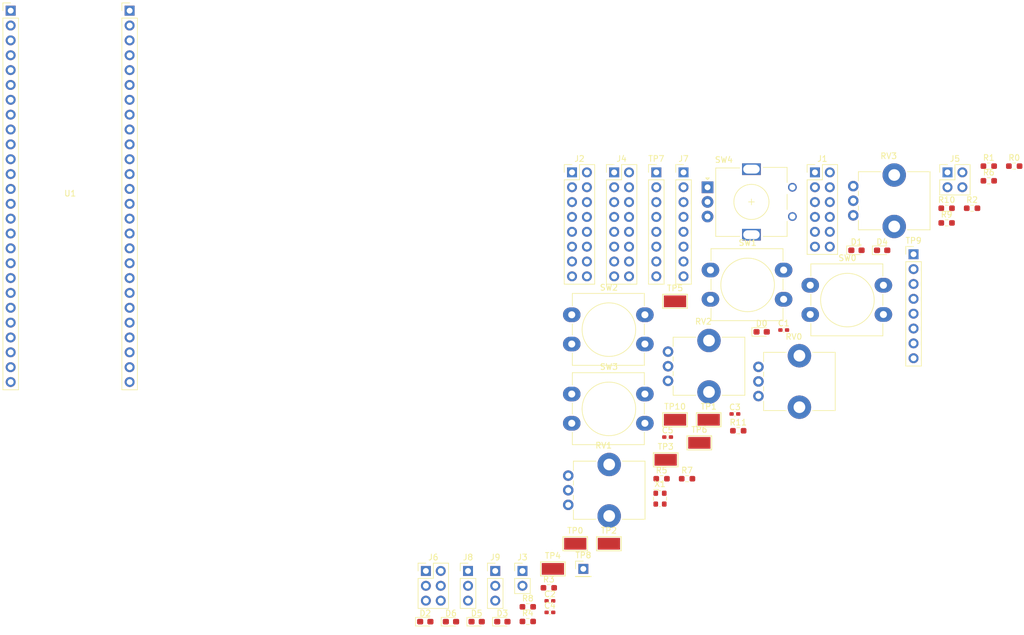
<source format=kicad_pcb>
(kicad_pcb (version 20211014) (generator pcbnew)
  (layers (0 "F.Cu" signal) (31 "B.Cu" signal) (34 "B.Paste" user) (35 "F.Paste" user) (36 "B.SilkS" user "B.Silkscreen") (37 "F.SilkS" user "F.Silkscreen") (38 "B.Mask" user) (39 "F.Mask" user) (44 "Edge.Cuts" user))
  (net 0 "")
  (net 1 "+3V3")
  (net 2 "GND")
  (net 3 "/pot0")
  (net 4 "/pot1")
  (net 5 "/pot2")
  (net 6 "/pot3")
  (net 7 "Net-(D0-Pad2)")
  (net 8 "Net-(D1-Pad2)")
  (net 9 "Net-(D2-Pad2)")
  (net 10 "Net-(D3-Pad2)")
  (net 11 "Net-(D4-Pad1)")
  (net 12 "/fpga_led0")
  (net 13 "Net-(D5-Pad1)")
  (net 14 "/fpga_led1")
  (net 15 "Net-(D6-Pad1)")
  (net 16 "/fpga_led2")
  (net 29 "Net-(J2-Pad1)")
  (net 30 "Net-(J2-Pad2)")
  (net 31 "Net-(J2-Pad3)")
  (net 32 "Net-(J2-Pad4)")
  (net 33 "Net-(J2-Pad5)")
  (net 34 "Net-(J2-Pad6)")
  (net 35 "Net-(J2-Pad7)")
  (net 36 "Net-(J2-Pad8)")
  (net 37 "Net-(J2-Pad9)")
  (net 38 "Net-(J2-Pad10)")
  (net 39 "Net-(J2-Pad11)")
  (net 40 "Net-(J2-Pad12)")
  (net 42 "Net-(J2-Pad14)")
  (net 44 "Net-(J2-Pad16)")
  (net 45 "/arty_sda")
  (net 46 "/arty_scl")
  (net 47 "/psoc_io0")
  (net 48 "/psoc_io3")
  (net 49 "/psoc_io1")
  (net 50 "/psoc_io4")
  (net 51 "/psoc_io2")
  (net 52 "/psoc_io5")
  (net 53 "/i2s_sdi")
  (net 54 "/psoc_io6")
  (net 55 "/i2s_sdo")
  (net 56 "/psoc_io7")
  (net 57 "/i2s_sclk")
  (net 58 "/i2s_lrclk")
  (net 59 "/i2s_mclk")
  (net 60 "/XADC_VP")
  (net 61 "/XADC_VN")
  (net 62 "/XADC_GND")
  (net 63 "/XADC_VREF")
  (net 64 "/arty_miso")
  (net 66 "/arty_sck")
  (net 67 "/arty_mosi")
  (net 68 "/arty_cs")
  (net 70 "/Arty_CK_RST")
  (net 71 "+5V")
  (net 72 "/Arty_VU")
  (net 73 "/debug_rx")
  (net 74 "/debug_tx")
  (net 75 "Net-(J9-Pad1)")
  (net 76 "/ext_pot")
  (net 77 "/psoc_led0")
  (net 78 "/psoc_led1")
  (net 79 "/psoc_led2")
  (net 80 "/psoc_led3")
  (net 81 "Net-(R7-Pad2)")
  (net 82 "Net-(R8-Pad2)")
  (net 83 "Net-(R9-Pad2)")
  (net 84 "Net-(R10-Pad2)")
  (net 85 "/sw0")
  (net 86 "/sw1")
  (net 87 "/sw2")
  (net 88 "/sw3")
  (net 89 "/encb")
  (net 90 "/enca")
  (net 94 "/clk_12.288Mhz")
  (footprint "LED_SMD:LED_0603_1608Metric_Pad1.05x0.95mm_HandSolder" (layer "F.Cu") (at 106.395 143.84)
    (fp_text reference "D2" (at 0 -1.43) (layer "F.SilkS"))
    (fp_text value "LED")
    (pad "1" smd roundrect locked (at -0.875 0) (size 1.05 0.95) (layers "F.Cu" "F.Paste" "F.Mask") (net 2 "GND"))
    (pad "2" smd roundrect locked (at 0.875 0) (size 1.05 0.95) (layers "F.Cu" "F.Paste" "F.Mask") (net 9 "Net-(D2-Pad2)"))
  )
  (footprint "TestPoint:TestPoint_Keystone_5019_Minature" (layer "F.Cu") (at 128.2 134.82)
    (fp_text reference "TP4" (at 0 -2.25) (layer "F.SilkS"))
    (fp_text value "~")
    (pad "1" smd rect locked (at 0 0) (size 3.8 2) (layers "F.Cu" "F.Paste" "F.Mask") (net 37 "Net-(J2-Pad9)"))
  )
  (footprint "Resistor_SMD:R_0603_1608Metric_Pad0.98x0.95mm_HandSolder" (layer "F.Cu") (at 202.67 68.46)
    (fp_text reference "R6" (at 0 -1.43) (layer "F.SilkS"))
    (fp_text value "R")
    (pad "1" smd roundrect locked (at -0.9125 0) (size 0.975 0.95) (layers "F.Cu" "F.Paste" "F.Mask") (net 15 "Net-(D6-Pad1)"))
    (pad "2" smd roundrect locked (at 0.9125 0) (size 0.975 0.95) (layers "F.Cu" "F.Paste" "F.Mask") (net 2 "GND"))
  )
  (footprint "Button_Switch_THT:SW_PUSH-12mm_Wuerth-430476085716" (layer "F.Cu") (at 131.42 91.37)
    (fp_text reference "SW2" (at 6.35 -4.66) (layer "F.SilkS"))
    (fp_text value "SW_Push")
    (pad "1" thru_hole oval locked (at 12.5 0) (size 3 2.5) (drill 1.2) (layers *.Cu *.Mask) (net 87 "/sw2"))
    (pad "1" thru_hole oval locked (at 0 0) (size 3 2.5) (drill 1.2) (layers *.Cu *.Mask) (net 87 "/sw2"))
    (pad "2" thru_hole oval locked (at 12.5 5) (size 3 2.5) (drill 1.2) (layers *.Cu *.Mask) (net 2 "GND"))
    (pad "2" thru_hole oval locked (at 0 5) (size 3 2.5) (drill 1.2) (layers *.Cu *.Mask) (net 2 "GND"))
  )
  (footprint "Connector_PinHeader_2.54mm:PinHeader_1x03_P2.54mm_Vertical" (layer "F.Cu") (at 113.7 135.17)
    (fp_text reference "J8" (at 0 -2.33) (layer "F.SilkS"))
    (fp_text value "Conn_01x03")
    (pad "1" thru_hole rect locked (at 0 0) (size 1.7 1.7) (drill 1) (layers *.Cu *.Mask) (net 2 "GND"))
    (pad "2" thru_hole oval locked (at 0 2.54) (size 1.7 1.7) (drill 1) (layers *.Cu *.Mask) (net 73 "/debug_rx"))
    (pad "3" thru_hole oval locked (at 0 5.08) (size 1.7 1.7) (drill 1) (layers *.Cu *.Mask) (net 74 "/debug_tx"))
  )
  (footprint "TestPoint:TestPoint_Keystone_5019_Minature" (layer "F.Cu") (at 149.07 109.32)
    (fp_text reference "TP10" (at 0 -2.25) (layer "F.SilkS"))
    (fp_text value "~")
    (pad "1" smd rect locked (at 0 0) (size 3.8 2) (layers "F.Cu" "F.Paste" "F.Mask") (net 2 "GND"))
  )
  (footprint "LED_SMD:LED_0603_1608Metric_Pad1.05x0.95mm_HandSolder" (layer "F.Cu") (at 115.175 143.84)
    (fp_text reference "D5" (at 0 -1.43) (layer "F.SilkS"))
    (fp_text value "LED")
    (pad "1" smd roundrect locked (at -0.875 0) (size 1.05 0.95) (layers "F.Cu" "F.Paste" "F.Mask") (net 13 "Net-(D5-Pad1)"))
    (pad "2" smd roundrect locked (at 0.875 0) (size 1.05 0.95) (layers "F.Cu" "F.Paste" "F.Mask") (net 14 "/fpga_led1"))
  )
  (footprint "Connector_PinHeader_2.54mm:PinHeader_2x02_P2.54mm_Vertical" (layer "F.Cu") (at 195.62 67.02)
    (fp_text reference "J5" (at 1.27 -2.33) (layer "F.SilkS"))
    (fp_text value "Arty_XADC")
    (pad "1" thru_hole rect locked (at 0 0) (size 1.7 1.7) (drill 1) (layers *.Cu *.Mask) (net 60 "/XADC_VP"))
    (pad "2" thru_hole oval locked (at 2.54 0) (size 1.7 1.7) (drill 1) (layers *.Cu *.Mask) (net 61 "/XADC_VN"))
    (pad "3" thru_hole oval locked (at 0 2.54) (size 1.7 1.7) (drill 1) (layers *.Cu *.Mask) (net 62 "/XADC_GND"))
    (pad "4" thru_hole oval locked (at 2.54 2.54) (size 1.7 1.7) (drill 1) (layers *.Cu *.Mask) (net 63 "/XADC_VREF"))
  )
  (footprint "Resistor_SMD:R_0603_1608Metric_Pad0.98x0.95mm_HandSolder" (layer "F.Cu") (at 159.87 111.2)
    (fp_text reference "R11" (at 0 -1.43) (layer "F.SilkS"))
    (fp_text value "6.19k")
    (pad "1" smd roundrect locked (at -0.9125 0) (size 0.975 0.95) (layers "F.Cu" "F.Paste" "F.Mask") (net 1 "+3V3"))
    (pad "2" smd roundrect locked (at 0.9125 0) (size 0.975 0.95) (layers "F.Cu" "F.Paste" "F.Mask") (net 75 "Net-(J9-Pad1)"))
  )
  (footprint "Capacitor_SMD:C_0402_1005Metric_Pad0.74x0.62mm_HandSolder" (layer "F.Cu") (at 127.69 142.26)
    (fp_text reference "C4" (at 0 -1.16) (layer "F.SilkS"))
    (fp_text value "0.1uF")
    (pad "1" smd roundrect locked (at -0.5675 0) (size 0.735 0.62) (layers "F.Cu" "F.Paste" "F.Mask") (net 5 "/pot2"))
    (pad "2" smd roundrect locked (at 0.5675 0) (size 0.735 0.62) (layers "F.Cu" "F.Paste" "F.Mask") (net 2 "GND"))
  )
  (footprint "LED_SMD:LED_0603_1608Metric_Pad1.05x0.95mm_HandSolder" (layer "F.Cu") (at 110.785 143.84)
    (fp_text reference "D6" (at 0 -1.43) (layer "F.SilkS"))
    (fp_text value "LED")
    (pad "1" smd roundrect locked (at -0.875 0) (size 1.05 0.95) (layers "F.Cu" "F.Paste" "F.Mask") (net 15 "Net-(D6-Pad1)"))
    (pad "2" smd roundrect locked (at 0.875 0) (size 1.05 0.95) (layers "F.Cu" "F.Paste" "F.Mask") (net 16 "/fpga_led2"))
  )
  (footprint "Connector_PinHeader_2.54mm:PinHeader_1x02_P2.54mm_Vertical" (layer "F.Cu") (at 123 135.17)
    (fp_text reference "J3" (at 0 -2.33) (layer "F.SilkS"))
    (fp_text value "Arty_I2C")
    (pad "1" thru_hole rect locked (at 0 0) (size 1.7 1.7) (drill 1) (layers *.Cu *.Mask) (net 45 "/arty_sda"))
    (pad "2" thru_hole oval locked (at 0 2.54) (size 1.7 1.7) (drill 1) (layers *.Cu *.Mask) (net 46 "/arty_scl"))
  )
  (footprint "Potentiometer_THT:Potentiometer_Bourns_PTV09A-1_Single_Vertical" (layer "F.Cu") (at 130.82 123.87)
    (fp_text reference "RV1" (at 6.05 -10.15) (layer "F.SilkS"))
    (fp_text value "10k")
    (pad "" np_thru_hole circle locked (at 7 1.9) (size 4 4) (drill 2) (layers *.Cu *.Mask))
    (pad "" np_thru_hole circle locked (at 7 -6.9) (size 4 4) (drill 2) (layers *.Cu *.Mask))
    (pad "1" thru_hole circle locked (at 0 0) (size 1.8 1.8) (drill 1) (layers *.Cu *.Mask) (net 82 "Net-(R8-Pad2)"))
    (pad "2" thru_hole circle locked (at 0 -2.5) (size 1.8 1.8) (drill 1) (layers *.Cu *.Mask) (net 4 "/pot1"))
    (pad "3" thru_hole circle locked (at 0 -5) (size 1.8 1.8) (drill 1) (layers *.Cu *.Mask) (net 2 "GND"))
  )
  (footprint "Resistor_SMD:R_0603_1608Metric_Pad0.98x0.95mm_HandSolder" (layer "F.Cu") (at 202.67 65.95)
    (fp_text reference "R1" (at 0 -1.43) (layer "F.SilkS"))
    (fp_text value "R")
    (pad "1" smd roundrect locked (at -0.9125 0) (size 0.975 0.95) (layers "F.Cu" "F.Paste" "F.Mask") (net 8 "Net-(D1-Pad2)"))
    (pad "2" smd roundrect locked (at 0.9125 0) (size 0.975 0.95) (layers "F.Cu" "F.Paste" "F.Mask") (net 78 "/psoc_led1"))
  )
  (footprint "LED_SMD:LED_0603_1608Metric_Pad1.05x0.95mm_HandSolder" (layer "F.Cu") (at 180.065 80.34)
    (fp_text reference "D1" (at 0 -1.43) (layer "F.SilkS"))
    (fp_text value "LED")
    (pad "1" smd roundrect locked (at -0.875 0) (size 1.05 0.95) (layers "F.Cu" "F.Paste" "F.Mask") (net 2 "GND"))
    (pad "2" smd roundrect locked (at 0.875 0) (size 1.05 0.95) (layers "F.Cu" "F.Paste" "F.Mask") (net 8 "Net-(D1-Pad2)"))
  )
  (footprint "Connector_PinHeader_2.54mm:PinHeader_2x08_P2.54mm_Vertical" (layer "F.Cu") (at 138.67 67.02)
    (fp_text reference "J4" (at 1.27 -2.33) (layer "F.SilkS"))
    (fp_text value "Arty_IOL")
    (pad "1" thru_hole rect locked (at 0 0) (size 1.7 1.7) (drill 1) (layers *.Cu *.Mask) (net 47 "/psoc_io0"))
    (pad "2" thru_hole oval locked (at 2.54 0) (size 1.7 1.7) (drill 1) (layers *.Cu *.Mask) (net 48 "/psoc_io3"))
    (pad "3" thru_hole oval locked (at 0 2.54) (size 1.7 1.7) (drill 1) (layers *.Cu *.Mask) (net 49 "/psoc_io1"))
    (pad "4" thru_hole oval locked (at 2.54 2.54) (size 1.7 1.7) (drill 1) (layers *.Cu *.Mask) (net 50 "/psoc_io4"))
    (pad "5" thru_hole oval locked (at 0 5.08) (size 1.7 1.7) (drill 1) (layers *.Cu *.Mask) (net 51 "/psoc_io2"))
    (pad "6" thru_hole oval locked (at 2.54 5.08) (size 1.7 1.7) (drill 1) (layers *.Cu *.Mask) (net 52 "/psoc_io5"))
    (pad "7" thru_hole oval locked (at 0 7.62) (size 1.7 1.7) (drill 1) (layers *.Cu *.Mask) (net 53 "/i2s_sdi"))
    (pad "8" thru_hole oval locked (at 2.54 7.62) (size 1.7 1.7) (drill 1) (layers *.Cu *.Mask) (net 54 "/psoc_io6"))
    (pad "9" thru_hole oval locked (at 0 10.16) (size 1.7 1.7) (drill 1) (layers *.Cu *.Mask) (net 55 "/i2s_sdo"))
    (pad "10" thru_hole oval locked (at 2.54 10.16) (size 1.7 1.7) (drill 1) (layers *.Cu *.Mask) (net 56 "/psoc_io7"))
    (pad "11" thru_hole oval locked (at 0 12.7) (size 1.7 1.7) (drill 1) (layers *.Cu *.Mask) (net 57 "/i2s_sclk"))
    (pad "12" thru_hole oval locked (at 2.54 12.7) (size 1.7 1.7) (drill 1) (layers *.Cu *.Mask) (net 12 "/fpga_led0"))
    (pad "13" thru_hole oval locked (at 0 15.24) (size 1.7 1.7) (drill 1) (layers *.Cu *.Mask) (net 58 "/i2s_lrclk"))
    (pad "14" thru_hole oval locked (at 2.54 15.24) (size 1.7 1.7) (drill 1) (layers *.Cu *.Mask) (net 14 "/fpga_led1"))
    (pad "15" thru_hole oval locked (at 0 17.78) (size 1.7 1.7) (drill 1) (layers *.Cu *.Mask) (net 59 "/i2s_mclk"))
    (pad "16" thru_hole oval locked (at 2.54 17.78) (size 1.7 1.7) (drill 1) (layers *.Cu *.Mask) (net 16 "/fpga_led2"))
  )
  (footprint "Button_Switch_THT:SW_PUSH-12mm_Wuerth-430476085716" (layer "F.Cu") (at 155.12 83.72)
    (fp_text reference "SW1" (at 6.35 -4.66) (layer "F.SilkS"))
    (fp_text value "SW_Push")
    (pad "1" thru_hole oval locked (at 0 0) (size 3 2.5) (drill 1.2) (layers *.Cu *.Mask) (net 86 "/sw1"))
    (pad "1" thru_hole oval locked (at 12.5 0) (size 3 2.5) (drill 1.2) (layers *.Cu *.Mask) (net 86 "/sw1"))
    (pad "2" thru_hole oval locked (at 0 5) (size 3 2.5) (drill 1.2) (layers *.Cu *.Mask) (net 2 "GND"))
    (pad "2" thru_hole oval locked (at 12.5 5) (size 3 2.5) (drill 1.2) (layers *.Cu *.Mask) (net 2 "GND"))
  )
  (footprint "Connector_PinHeader_2.54mm:PinHeader_1x01_P2.54mm_Vertical" (layer "F.Cu") (at 133.4 134.82)
    (fp_text reference "TP8" (at 0 -2.33) (layer "F.SilkS"))
    (fp_text value "~")
    (pad "1" thru_hole rect locked (at 0 0) (size 1.7 1.7) (drill 1) (layers *.Cu *.Mask) (net 2 "GND"))
  )
  (footprint "ProjectLibrary:CY8CKIT-059" (layer "F.Cu") (at 45.72 71.12)
    (fp_text reference "U1" (at 0 -0.5 unlocked) (layer "F.SilkS"))
    (fp_text value "CY8CKIT-059")
    (pad "1" thru_hole rect (at -10.16 -31.75) (size 1.7 1.7) (drill 1) (layers *.Cu *.Mask) (net 73 "/debug_rx"))
    (pad "2" thru_hole oval (at -10.16 -29.21) (size 1.7 1.7) (drill 1) (layers *.Cu *.Mask))
    (pad "3" thru_hole oval (at -10.16 -26.67) (size 1.7 1.7) (drill 1) (layers *.Cu *.Mask))
    (pad "4" thru_hole oval (at -10.16 -24.13) (size 1.7 1.7) (drill 1) (layers *.Cu *.Mask) (net 74 "/debug_tx"))
    (pad "5" thru_hole oval (at -10.16 -21.59) (size 1.7 1.7) (drill 1) (layers *.Cu *.Mask) (net 85 "/sw0"))
    (pad "6" thru_hole oval (at -10.16 -19.05) (size 1.7 1.7) (drill 1) (layers *.Cu *.Mask) (net 86 "/sw1"))
    (pad "7" thru_hole oval (at -10.16 -16.51) (size 1.7 1.7) (drill 1) (layers *.Cu *.Mask) (net 87 "/sw2"))
    (pad "8" thru_hole oval (at -10.16 -13.97) (size 1.7 1.7) (drill 1) (layers *.Cu *.Mask) (net 88 "/sw3"))
    (pad "9" thru_hole oval (at -10.16 -11.43) (size 1.7 1.7) (drill 1) (layers *.Cu *.Mask) (net 77 "/psoc_led0"))
    (pad "10" thru_hole oval (at -10.16 -8.89) (size 1.7 1.7) (drill 1) (layers *.Cu *.Mask) (net 78 "/psoc_led1"))
    (pad "11" thru_hole oval (at -10.16 -6.35) (size 1.7 1.7) (drill 1) (layers *.Cu *.Mask) (net 79 "/psoc_led2"))
    (pad "12" thru_hole oval (at -10.16 -3.81) (size 1.7 1.7) (drill 1) (layers *.Cu *.Mask) (net 80 "/psoc_led3"))
    (pad "13" thru_hole oval (at -10.16 -1.27) (size 1.7 1.7) (drill 1) (layers *.Cu *.Mask) (net 64 "/arty_miso"))
    (pad "14" thru_hole oval (at -10.16 1.27) (size 1.7 1.7) (drill 1) (layers *.Cu *.Mask) (net 67 "/arty_mosi"))
    (pad "15" thru_hole oval (at -10.16 3.81) (size 1.7 1.7) (drill 1) (layers *.Cu *.Mask) (net 66 "/arty_sck"))
    (pad "16" thru_hole oval (at -10.16 6.35) (size 1.7 1.7) (drill 1) (layers *.Cu *.Mask) (net 68 "/arty_cs"))
    (pad "17" thru_hole oval (at -10.16 8.89) (size 1.7 1.7) (drill 1) (layers *.Cu *.Mask) (net 47 "/psoc_io0"))
    (pad "18" thru_hole oval (at -10.16 11.43) (size 1.7 1.7) (drill 1) (layers *.Cu *.Mask) (net 49 "/psoc_io1"))
    (pad "19" thru_hole oval (at -10.16 13.97) (size 1.7 1.7) (drill 1) (layers *.Cu *.Mask) (net 51 "/psoc_io2"))
    (pad "20" thru_hole oval (at -10.16 16.51) (size 1.7 1.7) (drill 1) (layers *.Cu *.Mask) (net 48 "/psoc_io3"))
    (pad "21" thru_hole oval (at -10.16 19.05) (size 1.7 1.7) (drill 1) (layers *.Cu *.Mask) (net 50 "/psoc_io4"))
    (pad "22" thru_hole oval (at -10.16 21.59) (size 1.7 1.7) (drill 1) (layers *.Cu *.Mask) (net 52 "/psoc_io5"))
    (pad "23" thru_hole oval (at -10.16 24.13) (size 1.7 1.7) (drill 1) (layers *.Cu *.Mask) (net 54 "/psoc_io6"))
    (pad "24" thru_hole oval (at -10.16 26.67) (size 1.7 1.7) (drill 1) (layers *.Cu *.Mask) (net 56 "/psoc_io7"))
    (pad "25" thru_hole oval (at -10.16 29.21) (size 1.7 1.7) (drill 1) (layers *.Cu *.Mask) (net 2 "GND"))
    (pad "26" thru_hole oval (at -10.16 31.75) (size 1.7 1.7) (drill 1) (layers *.Cu *.Mask) (net 1 "+3V3"))
    (pad "27" thru_hole rect (at 10.16 -31.75) (size 1.7 1.7) (drill 1) (layers *.Cu *.Mask) (net 1 "+3V3"))
    (pad "28" thru_hole oval (at 10.16 -29.21) (size 1.7 1.7) (drill 1) (layers *.Cu *.Mask) (net 2 "GND"))
    (pad "29" thru_hole oval (at 10.16 -26.67) (size 1.7 1.7) (drill 1) (layers *.Cu *.Mask))
    (pad "30" thru_hole oval (at 10.16 -24.13) (size 1.7 1.7) (drill 1) (layers *.Cu *.Mask) (net 76 "/ext_pot"))
    (pad "31" thru_hole oval (at 10.16 -21.59) (size 1.7 1.7) (drill 1) (layers *.Cu *.Mask) (net 6 "/pot3"))
    (pad "32" thru_hole oval (at 10.16 -19.05) (size 1.7 1.7) (drill 1) (layers *.Cu *.Mask) (net 5 "/pot2"))
    (pad "33" thru_hole oval (at 10.16 -16.51) (size 1.7 1.7) (drill 1) (layers *.Cu *.Mask))
    (pad "34" thru_hole oval (at 10.16 -13.97) (size 1.7 1.7) (drill 1) (layers *.Cu *.Mask))
    (pad "35" thru_hole oval (at 10.16 -11.43) (size 1.7 1.7) (drill 1) (layers *.Cu *.Mask))
    (pad "36" thru_hole oval (at 10.16 -8.89) (size 1.7 1.7) (drill 1) (layers *.Cu *.Mask) (net 4 "/pot1"))
    (pad "37" thru_hole oval (at 10.16 -6.35) (size 1.7 1.7) (drill 1) (layers *.Cu *.Mask) (net 3 "/pot0"))
    (pad "38" thru_hole oval (at 10.16 -3.81) (size 1.7 1.7) (drill 1) (layers *.Cu *.Mask))
    (pad "39" thru_hole oval (at 10.16 -1.27) (size 1.7 1.7) (drill 1) (layers *.Cu *.Mask))
    (pad "40" thru_hole oval (at 10.16 1.27) (size 1.7 1.7) (drill 1) (layers *.Cu *.Mask))
    (pad "41" thru_hole oval (at 10.16 3.81) (size 1.7 1.7) (drill 1) (layers *.Cu *.Mask))
    (pad "42" thru_hole oval (at 10.16 6.35) (size 1.7 1.7) (drill 1) (layers *.Cu *.Mask) (net 94 "/clk_12.288Mhz"))
    (pad "43" thru_hole oval (at 10.16 8.89) (size 1.7 1.7) (drill 1) (layers *.Cu *.Mask))
    (pad "44" thru_hole oval (at 10.16 11.43) (size 1.7 1.7) (drill 1) (layers *.Cu *.Mask) (net 89 "/encb"))
    (pad "45" thru_hole oval (at 10.16 13.97) (size 1.7 1.7) (drill 1) (layers *.Cu *.Mask) (net 90 "/enca"))
    (pad "46" thru_hole oval (at 10.16 16.51) (size 1.7 1.7) (drill 1) (layers *.Cu *.Mask) (net 53 "/i2s_sdi"))
    (pad "47" thru_hole oval (at 10.16 19.05) (size 1.7 1.7) (drill 1) (layers *.Cu *.Mask) (net 55 "/i2s_sdo"))
    (pad "48" thru_hole oval (at 10.16 21.59) (size 1.7 1.7) (drill 1) (layers *.Cu *.Mask) (net 57 "/i2s_sclk"))
    (pad "49" thru_hole oval (at 10.16 24.13) (size 1.7 1.7) (drill 1) (layers *.Cu *.Mask))
    (pad "50" thru_hole oval (at 10.16 26.67) (size 1.7 1.7) (drill 1) (layers *.Cu *.Mask) (net 58 "/i2s_lrclk"))
    (pad "51" thru_hole oval (at 10.16 29.21) (size 1.7 1.7) (drill 1) (layers *.Cu *.Mask) (net 59 "/i2s_mclk"))
    (pad "52" thru_hole oval (at 10.16 31.75) (size 1.7 1.7) (drill 1) (layers *.Cu *.Mask) (net 2 "GND"))
  )
  (footprint "TestPoint:TestPoint_Keystone_5019_Minature" (layer "F.Cu") (at 149.07 89.07)
    (fp_text reference "TP5" (at 0 -2.25) (layer "F.SilkS"))
    (fp_text value "~")
    (pad "1" smd rect locked (at 0 0) (size 3.8 2) (layers "F.Cu" "F.Paste" "F.Mask") (net 39 "Net-(J2-Pad11)"))
  )
  (footprint "Connector_PinHeader_2.54mm:PinHeader_2x06_P2.54mm_Vertical" (layer "F.Cu") (at 172.97 67.02)
    (fp_text reference "J1" (at 1.27 -2.33) (layer "F.SilkS"))
    (fp_text value "Arty_Analog")
    (pad "1" thru_hole rect locked (at 0 0) (size 1.7 1.7) (drill 1) (layers *.Cu *.Mask))
    (pad "2" thru_hole oval locked (at 2.54 0) (size 1.7 1.7) (drill 1) (layers *.Cu *.Mask))
    (pad "3" thru_hole oval locked (at 0 2.54) (size 1.7 1.7) (drill 1) (layers *.Cu *.Mask))
    (pad "4" thru_hole oval locked (at 2.54 2.54) (size 1.7 1.7) (drill 1) (layers *.Cu *.Mask))
    (pad "5" thru_hole oval locked (at 0 5.08) (size 1.7 1.7) (drill 1) (layers *.Cu *.Mask))
    (pad "6" thru_hole oval locked (at 2.54 5.08) (size 1.7 1.7) (drill 1) (layers *.Cu *.Mask))
    (pad "7" thru_hole oval locked (at 0 7.62) (size 1.7 1.7) (drill 1) (layers *.Cu *.Mask))
    (pad "8" thru_hole oval locked (at 2.54 7.62) (size 1.7 1.7) (drill 1) (layers *.Cu *.Mask))
    (pad "9" thru_hole oval locked (at 0 10.16) (size 1.7 1.7) (drill 1) (layers *.Cu *.Mask))
    (pad "10" thru_hole oval locked (at 2.54 10.16) (size 1.7 1.7) (drill 1) (layers *.Cu *.Mask))
    (pad "11" thru_hole oval locked (at 0 12.7) (size 1.7 1.7) (drill 1) (layers *.Cu *.Mask))
    (pad "12" thru_hole oval locked (at 2.54 12.7) (size 1.7 1.7) (drill 1) (layers *.Cu *.Mask))
  )
  (footprint "Capacitor_SMD:C_0402_1005Metric_Pad0.74x0.62mm_HandSolder" (layer "F.Cu") (at 167.64 93.98)
    (fp_text reference "C1" (at 0 -1.16) (layer "F.SilkS"))
    (fp_text value "0.1uF")
    (pad "1" smd roundrect locked (at -0.5675 0) (size 0.735 0.62) (layers "F.Cu" "F.Paste" "F.Mask") (net 1 "+3V3"))
    (pad "2" smd roundrect locked (at 0.5675 0) (size 0.735 0.62) (layers "F.Cu" "F.Paste" "F.Mask") (net 2 "GND"))
  )
  (footprint "Connector_PinHeader_2.54mm:PinHeader_1x08_P2.54mm_Vertical" (layer "F.Cu") (at 150.52 67.02)
    (fp_text reference "J7" (at 0 -2.33) (layer "F.SilkS"))
    (fp_text value "Arty_Power")
    (pad "1" thru_hole rect locked (at 0 0) (size 1.7 1.7) (drill 1) (layers *.Cu *.Mask))
    (pad "2" thru_hole oval locked (at 0 2.54) (size 1.7 1.7) (drill 1) (layers *.Cu *.Mask) (net 1 "+3V3"))
    (pad "3" thru_hole oval locked (at 0 5.08) (size 1.7 1.7) (drill 1) (layers *.Cu *.Mask) (net 70 "/Arty_CK_RST"))
    (pad "4" thru_hole oval locked (at 0 7.62) (size 1.7 1.7) (drill 1) (layers *.Cu *.Mask) (net 1 "+3V3"))
    (pad "5" thru_hole oval locked (at 0 10.16) (size 1.7 1.7) (drill 1) (layers *.Cu *.Mask) (net 71 "+5V"))
    (pad "6" thru_hole oval locked (at 0 12.7) (size 1.7 1.7) (drill 1) (layers *.Cu *.Mask) (net 2 "GND"))
    (pad "7" thru_hole oval locked (at 0 15.24) (size 1.7 1.7) (drill 1) (layers *.Cu *.Mask) (net 2 "GND"))
    (pad "8" thru_hole oval locked (at 0 17.78) (size 1.7 1.7) (drill 1) (layers *.Cu *.Mask) (net 72 "/Arty_VU"))
  )
  (footprint "Resistor_SMD:R_0603_1608Metric_Pad0.98x0.95mm_HandSolder" (layer "F.Cu") (at 195.47 73.15)
    (fp_text reference "R10" (at 0 -1.43) (layer "F.SilkS"))
    (fp_text value "6.19k")
    (pad "1" smd roundrect locked (at -0.9125 0) (size 0.975 0.95) (layers "F.Cu" "F.Paste" "F.Mask") (net 1 "+3V3"))
    (pad "2" smd roundrect locked (at 0.9125 0) (size 0.975 0.95) (layers "F.Cu" "F.Paste" "F.Mask") (net 84 "Net-(R10-Pad2)"))
  )
  (footprint "Potentiometer_THT:Potentiometer_Bourns_PTV09A-1_Single_Vertical" (layer "F.Cu") (at 147.87 102.67)
    (fp_text reference "RV2" (at 6.05 -10.15) (layer "F.SilkS"))
    (fp_text value "10k")
    (pad "" np_thru_hole circle locked (at 7 -6.9) (size 4 4) (drill 2) (layers *.Cu *.Mask))
    (pad "" np_thru_hole circle locked (at 7 1.9) (size 4 4) (drill 2) (layers *.Cu *.Mask))
    (pad "1" thru_hole circle locked (at 0 0) (size 1.8 1.8) (drill 1) (layers *.Cu *.Mask) (net 83 "Net-(R9-Pad2)"))
    (pad "2" thru_hole circle locked (at 0 -2.5) (size 1.8 1.8) (drill 1) (layers *.Cu *.Mask) (net 5 "/pot2"))
    (pad "3" thru_hole circle locked (at 0 -5) (size 1.8 1.8) (drill 1) (layers *.Cu *.Mask) (net 2 "GND"))
  )
  (footprint "Resistor_SMD:R_0603_1608Metric_Pad0.98x0.95mm_HandSolder" (layer "F.Cu") (at 195.47 75.66)
    (fp_text reference "R9" (at 0 -1.43) (layer "F.SilkS"))
    (fp_text value "6.19k")
    (pad "1" smd roundrect locked (at -0.9125 0) (size 0.975 0.95) (layers "F.Cu" "F.Paste" "F.Mask") (net 1 "+3V3"))
    (pad "2" smd roundrect locked (at 0.9125 0) (size 0.975 0.95) (layers "F.Cu" "F.Paste" "F.Mask") (net 83 "Net-(R9-Pad2)"))
  )
  (footprint "Resistor_SMD:R_0603_1608Metric_Pad0.98x0.95mm_HandSolder" (layer "F.Cu") (at 123.91 141.3)
    (fp_text reference "R8" (at 0 -1.43) (layer "F.SilkS"))
    (fp_text value "6.19k")
    (pad "1" smd roundrect locked (at -0.9125 0) (size 0.975 0.95) (layers "F.Cu" "F.Paste" "F.Mask") (net 1 "+3V3"))
    (pad "2" smd roundrect locked (at 0.9125 0) (size 0.975 0.95) (layers "F.Cu" "F.Paste" "F.Mask") (net 82 "Net-(R8-Pad2)"))
  )
  (footprint "TestPoint:TestPoint_Keystone_5019_Minature" (layer "F.Cu") (at 132.02 130.52)
    (fp_text reference "TP0" (at 0 -2.25) (layer "F.SilkS"))
    (fp_text value "~")
    (pad "1" smd rect locked (at 0 0) (size 3.8 2) (layers "F.Cu" "F.Paste" "F.Mask") (net 29 "Net-(J2-Pad1)"))
  )
  (footprint "Connector_PinHeader_2.54mm:PinHeader_1x08_P2.54mm_Vertical" (layer "F.Cu") (at 189.82 81.02)
    (fp_text reference "TP9" (at 0 -2.33) (layer "F.SilkS"))
    (fp_text value "~")
    (pad "1" thru_hole rect locked (at 0 0) (size 1.7 1.7) (drill 1) (layers *.Cu *.Mask) (net 47 "/psoc_io0"))
    (pad "2" thru_hole oval locked (at 0 2.54) (size 1.7 1.7) (drill 1) (layers *.Cu *.Mask) (net 49 "/psoc_io1"))
    (pad "3" thru_hole oval locked (at 0 5.08) (size 1.7 1.7) (drill 1) (layers *.Cu *.Mask) (net 51 "/psoc_io2"))
    (pad "4" thru_hole oval locked (at 0 7.62) (size 1.7 1.7) (drill 1) (layers *.Cu *.Mask) (net 48 "/psoc_io3"))
    (pad "5" thru_hole oval locked (at 0 10.16) (size 1.7 1.7) (drill 1) (layers *.Cu *.Mask) (net 50 "/psoc_io4"))
    (pad "6" thru_hole oval locked (at 0 12.7) (size 1.7 1.7) (drill 1) (layers *.Cu *.Mask) (net 52 "/psoc_io5"))
    (pad "7" thru_hole oval locked (at 0 15.24) (size 1.7 1.7) (drill 1) (layers *.Cu *.Mask) (net 54 "/psoc_io6"))
    (pad "8" thru_hole oval locked (at 0 17.78) (size 1.7 1.7) (drill 1) (layers *.Cu *.Mask) (net 56 "/psoc_io7"))
  )
  (footprint "Connector_PinHeader_2.54mm:PinHeader_2x08_P2.54mm_Vertical" (layer "F.Cu") (at 131.47 67.02)
    (fp_text reference "J2" (at 1.27 -2.33) (layer "F.SilkS"))
    (fp_text value "Arty_IOH")
    (pad "1" thru_hole rect locked (at 0 0) (size 1.7 1.7) (drill 1) (layers *.Cu *.Mask) (net 29 "Net-(J2-Pad1)"))
    (pad "2" thru_hole oval locked (at 2.54 0) (size 1.7 1.7) (drill 1) (layers *.Cu *.Mask) (net 30 "Net-(J2-Pad2)"))
    (pad "3" thru_hole oval locked (at 0 2.54) (size 1.7 1.7) (drill 1) (layers *.Cu *.Mask) (net 31 "Net-(J2-Pad3)"))
    (pad "4" thru_hole oval locked (at 2.54 2.54) (size 1.7 1.7) (drill 1) (layers *.Cu *.Mask) (net 32 "Net-(J2-Pad4)"))
    (pad "5" thru_hole oval locked (at 0 5.08) (size 1.7 1.7) (drill 1) (layers *.Cu *.Mask) (net 33 "Net-(J2-Pad5)"))
    (pad "6" thru_hole oval locked (at 2.54 5.08) (size 1.7 1.7) (drill 1) (layers *.Cu *.Mask) (net 34 "Net-(J2-Pad6)"))
    (pad "7" thru_hole oval locked (at 0 7.62) (size 1.7 1.7) (drill 1) (layers *.Cu *.Mask) (net 35 "Net-(J2-Pad7)"))
    (pad "8" thru_hole oval locked (at 2.54 7.62) (size 1.7 1.7) (drill 1) (layers *.Cu *.Mask) (net 36 "Net-(J2-Pad8)"))
    (pad "9" thru_hole oval locked (at 0 10.16) (size 1.7 1.7) (drill 1) (layers *.Cu *.Mask) (net 37 "Net-(J2-Pad9)"))
    (pad "10" thru_hole oval locked (at 2.54 10.16) (size 1.7 1.7) (drill 1) (layers *.Cu *.Mask) (net 38 "Net-(J2-Pad10)"))
    (pad "11" thru_hole oval locked (at 0 12.7) (size 1.7 1.7) (drill 1) (layers *.Cu *.Mask) (net 39 "Net-(J2-Pad11)"))
    (pad "12" thru_hole oval locked (at 2.54 12.7) (size 1.7 1.7) (drill 1) (layers *.Cu *.Mask) (net 40 "Net-(J2-Pad12)"))
    (pad "13" thru_hole oval locked (at 0 15.24) (size 1.7 1.7) (drill 1) (layers *.Cu *.Mask))
    (pad "14" thru_hole oval locked (at 2.54 15.24) (size 1.7 1.7) (drill 1) (layers *.Cu *.Mask) (net 42 "Net-(J2-Pad14)"))
    (pad "15" thru_hole oval locked (at 0 17.78) (size 1.7 1.7) (drill 1) (layers *.Cu *.Mask))
    (pad "16" thru_hole oval locked (at 2.54 17.78) (size 1.7 1.7) (drill 1) (layers *.Cu *.Mask) (net 44 "Net-(J2-Pad16)"))
  )
  (footprint "TestPoint:TestPoint_Keystone_5019_Minature" (layer "F.Cu") (at 137.77 130.52)
    (fp_text reference "TP2" (at 0 -2.25) (layer "F.SilkS"))
    (fp_text value "~")
    (pad "1" smd rect locked (at 0 0) (size 3.8 2) (layers "F.Cu" "F.Paste" "F.Mask") (net 33 "Net-(J2-Pad5)"))
  )
  (footprint "Resistor_SMD:R_0603_1608Metric_Pad0.98x0.95mm_HandSolder" (layer "F.Cu") (at 146.77 119.4)
    (fp_text reference "R5" (at 0 -1.43) (layer "F.SilkS"))
    (fp_text value "R")
    (pad "1" smd roundrect locked (at -0.9125 0) (size 0.975 0.95) (layers "F.Cu" "F.Paste" "F.Mask") (net 13 "Net-(D5-Pad1)"))
    (pad "2" smd roundrect locked (at 0.9125 0) (size 0.975 0.95) (layers "F.Cu" "F.Paste" "F.Mask") (net 2 "GND"))
  )
  (footprint "LED_SMD:LED_0603_1608Metric_Pad1.05x0.95mm_HandSolder" (layer "F.Cu") (at 184.455 80.34)
    (fp_text reference "D4" (at 0 -1.43) (layer "F.SilkS"))
    (fp_text value "LED")
    (pad "1" smd roundrect locked (at -0.875 0) (size 1.05 0.95) (layers "F.Cu" "F.Paste" "F.Mask") (net 11 "Net-(D4-Pad1)"))
    (pad "2" smd roundrect locked (at 0.875 0) (size 1.05 0.95) (layers "F.Cu" "F.Paste" "F.Mask") (net 12 "/fpga_led0"))
  )
  (footprint "Capacitor_SMD:C_0402_1005Metric_Pad0.74x0.62mm_HandSolder" (layer "F.Cu") (at 127.69 140.29)
    (fp_text reference "C2" (at 0 -1.16) (layer "F.SilkS"))
    (fp_text value "0.1uF")
    (pad "1" smd roundrect locked (at -0.5675 0) (size 0.735 0.62) (layers "F.Cu" "F.Paste" "F.Mask") (net 3 "/pot0"))
    (pad "2" smd roundrect locked (at 0.5675 0) (size 0.735 0.62) (layers "F.Cu" "F.Paste" "F.Mask") (net 2 "GND"))
  )
  (footprint "TestPoint:TestPoint_Keystone_5019_Minature" (layer "F.Cu") (at 154.82 109.32)
    (fp_text reference "TP1" (at 0 -2.25) (layer "F.SilkS"))
    (fp_text value "~")
    (pad "1" smd rect locked (at 0 0) (size 3.8 2) (layers "F.Cu" "F.Paste" "F.Mask") (net 31 "Net-(J2-Pad3)"))
  )
  (footprint "TestPoint:TestPoint_Keystone_5019_Minature" (layer "F.Cu") (at 147.47 116.17)
    (fp_text reference "TP3" (at 0 -2.25) (layer "F.SilkS"))
    (fp_text value "~")
    (pad "1" smd rect locked (at 0 0) (size 3.8 2) (layers "F.Cu" "F.Paste" "F.Mask") (net 35 "Net-(J2-Pad7)"))
  )
  (footprint "Resistor_SMD:R_0603_1608Metric_Pad0.98x0.95mm_HandSolder" (layer "F.Cu") (at 151.12 119.4)
    (fp_text reference "R7" (at 0 -1.43) (layer "F.SilkS"))
    (fp_text value "6.19k")
    (pad "1" smd roundrect locked (at -0.9125 0) (size 0.975 0.95) (layers "F.Cu" "F.Paste" "F.Mask") (net 1 "+3V3"))
    (pad "2" smd roundrect locked (at 0.9125 0) (size 0.975 0.95) (layers "F.Cu" "F.Paste" "F.Mask") (net 81 "Net-(R7-Pad2)"))
  )
  (footprint "Resistor_SMD:R_0603_1608Metric_Pad0.98x0.95mm_HandSolder" (layer "F.Cu") (at 199.82 73.15)
    (fp_text reference "R2" (at 0 -1.43) (layer "F.SilkS"))
    (fp_text value "R")
    (pad "1" smd roundrect locked (at -0.9125 0) (size 0.975 0.95) (layers "F.Cu" "F.Paste" "F.Mask") (net 9 "Net-(D2-Pad2)"))
    (pad "2" smd roundrect locked (at 0.9125 0) (size 0.975 0.95) (layers "F.Cu" "F.Paste" "F.Mask") (net 79 "/psoc_led2"))
  )
  (footprint "Connector_PinHeader_2.54mm:PinHeader_1x03_P2.54mm_Vertical" (layer "F.Cu") (at 118.35 135.17)
    (fp_text reference "J9" (at 0 -2.33) (layer "F.SilkS"))
    (fp_text value "Conn_01x03")
    (pad "1" thru_hole rect locked (at 0 0) (size 1.7 1.7) (drill 1) (layers *.Cu *.Mask) (net 75 "Net-(J9-Pad1)"))
    (pad "2" thru_hole oval locked (at 0 2.54) (size 1.7 1.7) (drill 1) (layers *.Cu *.Mask) (net 76 "/ext_pot"))
    (pad "3" thru_hole oval locked (at 0 5.08) (size 1.7 1.7) (drill 1) (layers *.Cu *.Mask) (net 2 "GND"))
  )
  (footprint "LED_SMD:LED_0603_1608Metric_Pad1.05x0.95mm_HandSolder" (layer "F.Cu") (at 163.865 94.29)
    (fp_text reference "D0" (at 0 -1.43) (layer "F.SilkS"))
    (fp_text value "LED")
    (pad "1" smd roundrect locked (at -0.875 0) (size 1.05 0.95) (layers "F.Cu" "F.Paste" "F.Mask") (net 2 "GND"))
    (pad "2" smd roundrect locked (at 0.875 0) (size 1.05 0.95) (layers "F.Cu" "F.Paste" "F.Mask") (net 7 "Net-(D0-Pad2)"))
  )
  (footprint "Button_Switch_THT:SW_PUSH-12mm_Wuerth-430476085716" (layer "F.Cu") (at 172.17 86.32)
    (fp_text reference "SW0" (at 6.35 -4.66) (layer "F.SilkS"))
    (fp_text value "SW_Push")
    (pad "1" thru_hole oval locked (at 0 0) (size 3 2.5) (drill 1.2) (layers *.Cu *.Mask) (net 85 "/sw0"))
    (pad "1" thru_hole oval locked (at 12.5 0) (size 3 2.5) (drill 1.2) (layers *.Cu *.Mask) (net 85 "/sw0"))
    (pad "2" thru_hole oval locked (at 12.5 5) (size 3 2.5) (drill 1.2) (layers *.Cu *.Mask) (net 2 "GND"))
    (pad "2" thru_hole oval locked (at 0 5) (size 3 2.5) (drill 1.2) (layers *.Cu *.Mask) (net 2 "GND"))
  )
  (footprint "Capacitor_SMD:C_0402_1005Metric_Pad0.74x0.62mm_HandSolder" (layer "F.Cu") (at 147.8 112.28)
    (fp_text reference "C5" (at 0 -1.16) (layer "F.SilkS"))
    (fp_text value "0.1uF")
    (pad "1" smd roundrect locked (at -0.5675 0) (size 0.735 0.62) (layers "F.Cu" "F.Paste" "F.Mask") (net 6 "/pot3"))
    (pad "2" smd roundrect locked (at 0.5675 0) (size 0.735 0.62) (layers "F.Cu" "F.Paste" "F.Mask") (net 2 "GND"))
  )
  (footprint "Connector_PinHeader_2.54mm:PinHeader_1x08_P2.54mm_Vertical" (layer "F.Cu") (at 145.87 67.02)
    (fp_text reference "TP7" (at 0 -2.33) (layer "F.SilkS"))
    (fp_text value "Conn_01x08")
    (pad "1" thru_hole rect locked (at 0 0) (size 1.7 1.7) (drill 1) (layers *.Cu *.Mask) (net 30 "Net-(J2-Pad2)"))
    (pad "2" thru_hole oval locked (at 0 2.54) (size 1.7 1.7) (drill 1) (layers *.Cu *.Mask) (net 32 "Net-(J2-Pad4)"))
    (pad "3" thru_hole oval locked (at 0 5.08) (size 1.7 1.7) (drill 1) (layers *.Cu *.Mask) (net 34 "Net-(J2-Pad6)"))
    (pad "4" thru_hole oval locked (at 0 7.62) (size 1.7 1.7) (drill 1) (layers *.Cu *.Mask) (net 36 "Net-(J2-Pad8)"))
    (pad "5" thru_hole oval locked (at 0 10.16) (size 1.7 1.7) (drill 1) (layers *.Cu *.Mask) (net 38 "Net-(J2-Pad10)"))
    (pad "6" thru_hole oval locked (at 0 12.7) (size 1.7 1.7) (drill 1) (layers *.Cu *.Mask) (net 40 "Net-(J2-Pad12)"))
    (pad "7" thru_hole oval locked (at 0 15.24) (size 1.7 1.7) (drill 1) (layers *.Cu *.Mask) (net 42 "Net-(J2-Pad14)"))
    (pad "8" thru_hole oval locked (at 0 17.78) (size 1.7 1.7) (drill 1) (layers *.Cu *.Mask) (net 44 "Net-(J2-Pad16)"))
  )
  (footprint "LED_SMD:LED_0603_1608Metric_Pad1.05x0.95mm_HandSolder" (layer "F.Cu") (at 119.565 143.84)
    (fp_text reference "D3" (at 0 -1.43) (layer "F.SilkS"))
    (fp_text value "LED")
    (pad "1" smd roundrect locked (at -0.875 0) (size 1.05 0.95) (layers "F.Cu" "F.Paste" "F.Mask") (net 2 "GND"))
    (pad "2" smd roundrect locked (at 0.875 0) (size 1.05 0.95) (layers "F.Cu" "F.Paste" "F.Mask") (net 10 "Net-(D3-Pad2)"))
  )
  (footprint "Resistor_SMD:R_0603_1608Metric_Pad0.98x0.95mm_HandSolder" (layer "F.Cu") (at 123.91 143.81)
    (fp_text reference "R4" (at 0 -1.43) (layer "F.SilkS"))
    (fp_text value "R")
    (pad "1" smd roundrect locked (at -0.9125 0) (size 0.975 0.95) (layers "F.Cu" "F.Paste" "F.Mask") (net 11 "Net-(D4-Pad1)"))
    (pad "2" smd roundrect locked (at 0.9125 0) (size 0.975 0.95) (layers "F.Cu" "F.Paste" "F.Mask") (net 2 "GND"))
  )
  (footprint "Connector_PinHeader_2.54mm:PinHeader_2x03_P2.54mm_Vertical" (layer "F.Cu") (at 106.5 135.17)
    (fp_text reference "J6" (at 1.27 -2.33) (layer "F.SilkS"))
    (fp_text value "Arty_SPI")
    (pad "1" thru_hole rect locked (at 0 0) (size 1.7 1.7) (drill 1) (layers *.Cu *.Mask) (net 64 "/arty_miso"))
    (pad "2" thru_hole oval locked (at 2.54 0) (size 1.7 1.7) (drill 1) (layers *.Cu *.Mask))
    (pad "3" thru_hole oval locked (at 0 2.54) (size 1.7 1.7) (drill 1) (layers *.Cu *.Mask) (net 66 "/arty_sck"))
    (pad "4" thru_hole oval locked (at 2.54 2.54) (size 1.7 1.7) (drill 1) (layers *.Cu *.Mask) (net 67 "/arty_mosi"))
    (pad "5" thru_hole oval locked (at 0 5.08) (size 1.7 1.7) (drill 1) (layers *.Cu *.Mask) (net 68 "/arty_cs"))
    (pad "6" thru_hole oval locked (at 2.54 5.08) (size 1.7 1.7) (drill 1) (layers *.Cu *.Mask) (net 2 "GND"))
  )
  (footprint "Rotary_Encoder:RotaryEncoder_Alps_EC11E_Vertical_H20mm" (layer "F.Cu") (at 154.62 69.57)
    (fp_text reference "SW4" (at 2.8 -4.7) (layer "F.SilkS"))
    (fp_text value "RotaryEncoder")
    (pad "" thru_hole circle locked (at 14.5 5) (size 1.5 1.5) (drill 1) (layers *.Cu *.Mask))
    (pad "" thru_hole circle locked (at 14.5 0) (size 1.5 1.5) (drill 1) (layers *.Cu *.Mask))
    (pad "A" thru_hole rect locked (at 0 0) (size 2 2) (drill 1) (layers *.Cu *.Mask) (net 90 "/enca"))
    (pad "B" thru_hole circle locked (at 0 5) (size 2 2) (drill 1) (layers *.Cu *.Mask) (net 89 "/encb"))
    (pad "C" thru_hole circle locked (at 0 2.5) (size 2 2) (drill 1) (layers *.Cu *.Mask) (net 2 "GND"))
    (pad "MP" thru_hole rect locked (at 7.5 -3.1) (size 3.2 2) (drill oval 2.8 1.5) (layers *.Cu *.Mask))
    (pad "MP" thru_hole rect locked (at 7.5 8.1) (size 3.2 2) (drill oval 2.8 1.5) (layers *.Cu *.Mask))
  )
  (footprint "Potentiometer_THT:Potentiometer_Bourns_PTV09A-1_Single_Vertical" (layer "F.Cu") (at 179.52 74.37)
    (fp_text reference "RV3" (at 6.05 -10.15) (layer "F.SilkS"))
    (fp_text value "10k")
    (pad "" np_thru_hole circle locked (at 7 -6.9) (size 4 4) (drill 2) (layers *.Cu *.Mask))
    (pad "" np_thru_hole circle locked (at 7 1.9) (size 4 4) (drill 2) (layers *.Cu *.Mask))
    (pad "1" thru_hole circle locked (at 0 0) (size 1.8 1.8) (drill 1) (layers *.Cu *.Mask) (net 84 "Net-(R10-Pad2)"))
    (pad "2" thru_hole circle locked (at 0 -2.5) (size 1.8 1.8) (drill 1) (layers *.Cu *.Mask) (net 6 "/pot3"))
    (pad "3" thru_hole circle locked (at 0 -5) (size 1.8 1.8) (drill 1) (layers *.Cu *.Mask) (net 2 "GND"))
  )
  (footprint "Capacitor_SMD:C_0402_1005Metric_Pad0.74x0.62mm_HandSolder" (layer "F.Cu") (at 159.3 108.33)
    (fp_text reference "C3" (at 0 -1.16) (layer "F.SilkS"))
    (fp_text value "0.1uF")
    (pad "1" smd roundrect locked (at -0.5675 0) (size 0.735 0.62) (layers "F.Cu" "F.Paste" "F.Mask") (net 4 "/pot1"))
    (pad "2" smd roundrect locked (at 0.5675 0) (size 0.735 0.62) (layers "F.Cu" "F.Paste" "F.Mask") (net 2 "GND"))
  )
  (footprint "Oscillator:Oscillator_SMD_ECS_2520MV-xxx-xx-4Pin_2.5x2.0mm" (layer "F.Cu") (at 146.5 122.81)
    (fp_text reference "X1" (at 0 -2.5) (layer "F.SilkS"))
    (fp_text value "12.288Mhz")
    (pad "1" smd roundrect locked (at -0.725 -0.925) (size 0.8 0.9) (layers "F.Cu" "F.Paste" "F.Mask"))
    (pad "2" smd roundrect locked (at -0.725 0.925) (size 0.8 0.9) (layers "F.Cu" "F.Paste" "F.Mask") (net 2 "GND"))
    (pad "3" smd roundrect locked (at 0.725 0.925) (size 0.8 0.9) (layers "F.Cu" "F.Paste" "F.Mask") (net 94 "/clk_12.288Mhz"))
    (pad "4" smd roundrect locked (at 0.725 -0.925) (size 0.8 0.9) (layers "F.Cu" "F.Paste" "F.Mask") (net 1 "+3V3"))
  )
  (footprint "Resistor_SMD:R_0603_1608Metric_Pad0.98x0.95mm_HandSolder" (layer "F.Cu") (at 127.5 138.05)
    (fp_text reference "R3" (at 0 -1.43) (layer "F.SilkS"))
    (fp_text value "R")
    (pad "1" smd roundrect locked (at -0.9125 0) (size 0.975 0.95) (layers "F.Cu" "F.Paste" "F.Mask") (net 10 "Net-(D3-Pad2)"))
    (pad "2" smd roundrect locked (at 0.9125 0) (size 0.975 0.95) (layers "F.Cu" "F.Paste" "F.Mask") (net 80 "/psoc_led3"))
  )
  (footprint "TestPoint:TestPoint_Keystone_5019_Minature" (layer "F.Cu") (at 153.22 113.27)
    (fp_text reference "TP6" (at 0 -2.25) (layer "F.SilkS"))
    (fp_text value "~")
    (pad "1" smd rect locked (at 0 0) (size 3.8 2) (layers "F.Cu" "F.Paste" "F.Mask") (net 2 "GND"))
  )
  (footprint "Resistor_SMD:R_0603_1608Metric_Pad0.98x0.95mm_HandSolder" (layer "F.Cu") (at 207.02 65.95)
    (fp_text reference "R0" (at 0 -1.43) (layer "F.SilkS"))
    (fp_text value "R")
    (pad "1" smd roundrect locked (at -0.9125 0) (size 0.975 0.95) (layers "F.Cu" "F.Paste" "F.Mask") (net 7 "Net-(D0-Pad2)"))
    (pad "2" smd roundrect locked (at 0.9125 0) (size 0.975 0.95) (layers "F.Cu" "F.Paste" "F.Mask") (net 77 "/psoc_led0"))
  )
  (footprint "Button_Switch_THT:SW_PUSH-12mm_Wuerth-430476085716" (layer "F.Cu") (at 131.42 104.92)
    (fp_text reference "SW3" (at 6.35 -4.66) (layer "F.SilkS"))
    (fp_text value "SW_Push")
    (pad "1" thru_hole oval locked (at 0 0) (size 3 2.5) (drill 1.2) (layers *.Cu *.Mask) (net 88 "/sw3"))
    (pad "1" thru_hole oval locked (at 12.5 0) (size 3 2.5) (drill 1.2) (layers *.Cu *.Mask) (net 88 "/sw3"))
    (pad "2" thru_hole oval locked (at 0 5) (size 3 2.5) (drill 1.2) (layers *.Cu *.Mask) (net 2 "GND"))
    (pad "2" thru_hole oval locked (at 12.5 5) (size 3 2.5) (drill 1.2) (layers *.Cu *.Mask) (net 2 "GND"))
  )
  (footprint "Potentiometer_THT:Potentiometer_Bourns_PTV09A-1_Single_Vertical" (layer "F.Cu") (at 163.32 105.27)
    (fp_text reference "RV0" (at 6.05 -10.15) (layer "F.SilkS"))
    (fp_text value "10k")
    (pad "" np_thru_hole circle locked (at 7 -6.9) (size 4 4) (drill 2) (layers *.Cu *.Mask))
    (pad "" np_thru_hole circle locked (at 7 1.9) (size 4 4) (drill 2) (layers *.Cu *.Mask))
    (pad "1" thru_hole circle locked (at 0 0) (size 1.8 1.8) (drill 1) (layers *.Cu *.Mask) (net 81 "Net-(R7-Pad2)"))
    (pad "2" thru_hole circle locked (at 0 -2.5) (size 1.8 1.8) (drill 1) (layers *.Cu *.Mask) (net 3 "/pot0"))
    (pad "3" thru_hole circle locked (at 0 -5) (size 1.8 1.8) (drill 1) (layers *.Cu *.Mask) (net 2 "GND"))
  )
)
</source>
